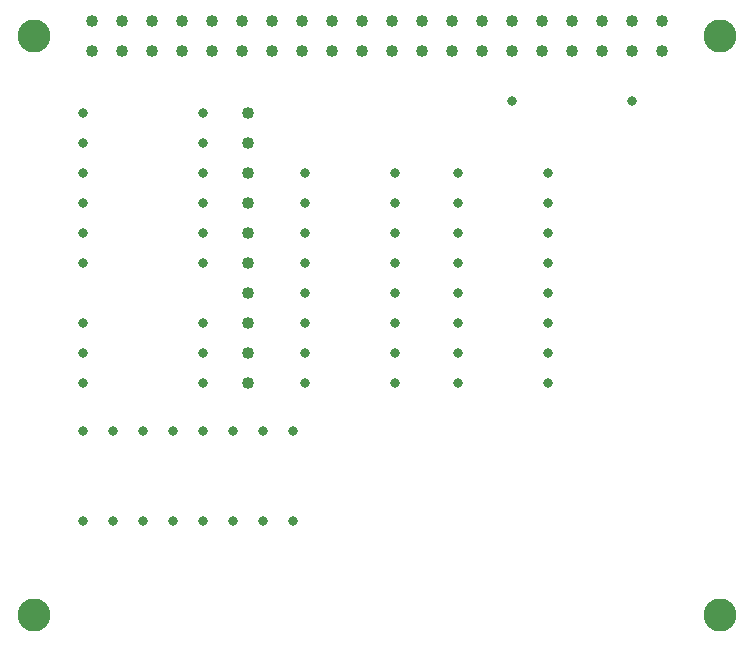
<source format=gko>
%
M48
M72
T01C0.0320
T02C0.0400
T03C0.1102
%
T01
X3149Y4662
X4149Y4662
X5149Y4662
X6149Y4662
X7149Y4662
X8149Y4662
X9149Y4662
X10149Y4662
X10149Y7662
X9149Y7662
X8149Y7662
X7149Y7662
X6149Y7662
X5149Y7662
X4149Y7662
X3149Y7662
X3150Y9250
X3150Y10250
X3150Y11250
X3150Y13250
X3150Y14250
X3150Y15250
X3150Y16250
X3150Y17250
X3150Y18250
X7150Y18250
X7150Y17250
X7150Y16250
X7150Y15250
X7150Y14250
X7150Y13250
X7150Y11250
X7150Y10250
X7150Y9250
X10550Y9250
X10550Y10250
X10550Y11250
X10550Y12250
X10550Y13250
X10550Y14250
X10550Y15250
X10550Y16250
X13550Y16250
X13550Y15250
X13550Y14250
X13550Y13250
X13550Y12250
X13550Y11250
X13550Y10250
X13550Y9250
X15650Y9250
X15650Y10250
X15650Y11250
X15650Y12250
X15650Y13250
X15650Y14250
X15650Y15250
X15650Y16250
X17450Y18650
X18650Y16250
X18650Y15250
X18650Y14250
X18650Y13250
X18650Y12250
X18650Y11250
X18650Y10250
X18650Y9250
X21450Y18650
T02
X21445Y20319
X20445Y20319
X19445Y20319
X18445Y20319
X17445Y20319
X16445Y20319
X15445Y20319
X14445Y20319
X13445Y20319
X12445Y20319
X11445Y20319
X10445Y20319
X9445Y20319
X8445Y20319
X7445Y20319
X6445Y20319
X5445Y20319
X4445Y20319
X3445Y20319
X3445Y21319
X4445Y21319
X5445Y21319
X6445Y21319
X7445Y21319
X8445Y21319
X9445Y21319
X10445Y21319
X11445Y21319
X12445Y21319
X13445Y21319
X14445Y21319
X15445Y21319
X16445Y21319
X17445Y21319
X18445Y21319
X19445Y21319
X20445Y21319
X21445Y21319
X22445Y21319
X22445Y20319
X8650Y18250
X8650Y17250
X8650Y16250
X8650Y15250
X8650Y14250
X8650Y13250
X8650Y12250
X8650Y11250
X8650Y10250
X8650Y9250
T03
X1528Y1528
X1528Y20819
X24363Y20819
X24363Y1528
M30

</source>
